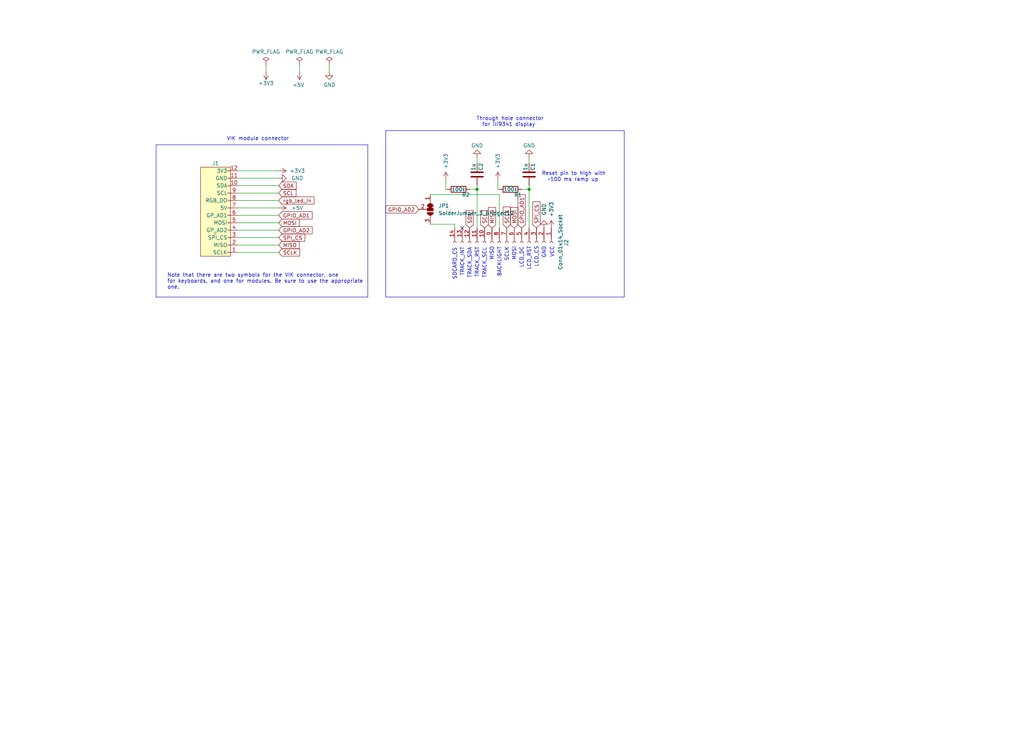
<source format=kicad_sch>
(kicad_sch (version 20230121) (generator eeschema)
  (paper "User" 350.012 250.012)
  (lib_symbols
    (symbol "Connector:Conn_01x14_Socket" (pin_names (offset 1.016) hide)
      (property "Reference" "J" (at 0 17.78 0))
      (property "Value" "Conn_01x14_Socket" (at 0 -20.32 0))
      (symbol "Conn_01x14_Socket_1_1"
        (arc (start 0 -17.272) (mid -0.5058 -17.78) (end 0 -18.288) (stroke (width 0.1524)))
        (arc (start 0 -14.732) (mid -0.5058 -15.24) (end 0 -15.748) (stroke (width 0.1524)))
        (arc (start 0 -12.192) (mid -0.5058 -12.7) (end 0 -13.208) (stroke (width 0.1524)))
        (arc (start 0 -9.652) (mid -0.5058 -10.16) (end 0 -10.668) (stroke (width 0.1524)))
        (arc (start 0 -7.112) (mid -0.5058 -7.62) (end 0 -8.128) (stroke (width 0.1524)))
        (arc (start 0 -4.572) (mid -0.5058 -5.08) (end 0 -5.588) (stroke (width 0.1524)))
        (arc (start 0 -2.032) (mid -0.5058 -2.54) (end 0 -3.048) (stroke (width 0.1524)))
        (polyline (pts (xy -1.27 -17.78) (xy -0.508 -17.78)) (stroke (width 0.1524)))
        (polyline (pts (xy -1.27 -15.24) (xy -0.508 -15.24)) (stroke (width 0.1524)))
        (polyline (pts (xy -1.27 -12.7) (xy -0.508 -12.7)) (stroke (width 0.1524)))
        (polyline (pts (xy -1.27 -10.16) (xy -0.508 -10.16)) (stroke (width 0.1524)))
        (polyline (pts (xy -1.27 -7.62) (xy -0.508 -7.62)) (stroke (width 0.1524)))
        (polyline (pts (xy -1.27 -5.08) (xy -0.508 -5.08)) (stroke (width 0.1524)))
        (polyline (pts (xy -1.27 -2.54) (xy -0.508 -2.54)) (stroke (width 0.1524)))
        (polyline (pts (xy -1.27 0) (xy -0.508 0)) (stroke (width 0.1524)))
        (polyline (pts (xy -1.27 2.54) (xy -0.508 2.54)) (stroke (width 0.1524)))
        (polyline (pts (xy -1.27 5.08) (xy -0.508 5.08)) (stroke (width 0.1524)))
        (polyline (pts (xy -1.27 7.62) (xy -0.508 7.62)) (stroke (width 0.1524)))
        (polyline (pts (xy -1.27 10.16) (xy -0.508 10.16)) (stroke (width 0.1524)))
        (polyline (pts (xy -1.27 12.7) (xy -0.508 12.7)) (stroke (width 0.1524)))
        (polyline (pts (xy -1.27 15.24) (xy -0.508 15.24)) (stroke (width 0.1524)))
        (arc (start 0 0.508) (mid -0.5058 0) (end 0 -0.508) (stroke (width 0.1524)))
        (arc (start 0 3.048) (mid -0.5058 2.54) (end 0 2.032) (stroke (width 0.1524)))
        (arc (start 0 5.588) (mid -0.5058 5.08) (end 0 4.572) (stroke (width 0.1524)))
        (arc (start 0 8.128) (mid -0.5058 7.62) (end 0 7.112) (stroke (width 0.1524)))
        (arc (start 0 10.668) (mid -0.5058 10.16) (end 0 9.652) (stroke (width 0.1524)))
        (arc (start 0 13.208) (mid -0.5058 12.7) (end 0 12.192) (stroke (width 0.1524)))
        (arc (start 0 15.748) (mid -0.5058 15.24) (end 0 14.732) (stroke (width 0.1524)))
        (pin passive line (at -5.08 15.24 0) (length 3.81) (name "Pin_1") (number "1"))
        (pin passive line (at -5.08 -7.62 0) (length 3.81) (name "Pin_10") (number "10"))
        (pin passive line (at -5.08 -10.16 0) (length 3.81) (name "Pin_11") (number "11"))
        (pin passive line (at -5.08 -12.7 0) (length 3.81) (name "Pin_12") (number "12"))
        (pin passive line (at -5.08 -15.24 0) (length 3.81) (name "Pin_13") (number "13"))
        (pin passive line (at -5.08 -17.78 0) (length 3.81) (name "Pin_14") (number "14"))
        (pin passive line (at -5.08 12.7 0) (length 3.81) (name "Pin_2") (number "2"))
        (pin passive line (at -5.08 10.16 0) (length 3.81) (name "Pin_3") (number "3"))
        (pin passive line (at -5.08 7.62 0) (length 3.81) (name "Pin_4") (number "4"))
        (pin passive line (at -5.08 5.08 0) (length 3.81) (name "Pin_5") (number "5"))
        (pin passive line (at -5.08 2.54 0) (length 3.81) (name "Pin_6") (number "6"))
        (pin passive line (at -5.08 0 0) (length 3.81) (name "Pin_7") (number "7"))
        (pin passive line (at -5.08 -2.54 0) (length 3.81) (name "Pin_8") (number "8"))
        (pin passive line (at -5.08 -5.08 0) (length 3.81) (name "Pin_9") (number "9"))
      )
    )
    (symbol "Device:C" (pin_numbers hide) (pin_names (offset 0.254))
      (property "Reference" "C" (at 0.635 2.54 0))
      (property "Value" "C" (at 0.635 -2.54 0))
      (symbol "C_0_1"
        (polyline (pts (xy -2.032 -0.762) (xy 2.032 -0.762)) (stroke (width 0.508)))
        (polyline (pts (xy -2.032 0.762) (xy 2.032 0.762)) (stroke (width 0.508)))
      )
      (symbol "C_1_1"
        (pin passive line (at 0 3.81 270) (length 2.794) (name "~") (number "1"))
        (pin passive line (at 0 -3.81 90) (length 2.794) (name "~") (number "2"))
      )
    )
    (symbol "Device:R" (pin_numbers hide) (pin_names (offset 0))
      (property "Reference" "R" (at 2.032 0 90))
      (property "Value" "R" (at 0 0 90))
      (symbol "R_0_1"
        (rectangle (start -1.016 -2.54) (end 1.016 2.54) (stroke (width 0.254)))
      )
      (symbol "R_1_1"
        (pin passive line (at 0 3.81 270) (length 1.27) (name "~") (number "1"))
        (pin passive line (at 0 -3.81 90) (length 1.27) (name "~") (number "2"))
      )
    )
    (symbol "Jumper:SolderJumper_3_Bridged12" (pin_names (offset 0) hide)
      (property "Reference" "JP" (at -2.54 -2.54 0))
      (property "Value" "SolderJumper_3_Bridged12" (at 0 2.794 0))
      (symbol "SolderJumper_3_Bridged12_0_1"
        (rectangle (start -1.016 0.508) (end -0.508 -0.508) (fill (type outline)))
        (arc (start -1.016 1.016) (mid -2.0276 0) (end -1.016 -1.016))
        (arc (start -1.016 1.016) (mid -2.0276 0) (end -1.016 -1.016) (fill (type outline)))
        (rectangle (start -0.508 1.016) (end 0.508 -1.016) (fill (type outline)))
        (polyline (pts (xy -2.54 0) (xy -2.032 0)))
        (polyline (pts (xy -1.016 1.016) (xy -1.016 -1.016)))
        (polyline (pts (xy 0 -1.27) (xy 0 -1.016)))
        (polyline (pts (xy 1.016 1.016) (xy 1.016 -1.016)))
        (polyline (pts (xy 2.54 0) (xy 2.032 0)))
        (arc (start 1.016 -1.016) (mid 2.0276 0) (end 1.016 1.016))
        (arc (start 1.016 -1.016) (mid 2.0276 0) (end 1.016 1.016) (fill (type outline)))
      )
      (symbol "SolderJumper_3_Bridged12_1_1"
        (pin passive line (at -5.08 0 0) (length 2.54) (name "A") (number "1"))
        (pin passive line (at 0 -3.81 90) (length 2.54) (name "C") (number "2"))
        (pin passive line (at 5.08 0 180) (length 2.54) (name "B") (number "3"))
      )
    )
    (symbol "power:+3V3" (power) (pin_names (offset 0))
      (property "Value" "+3V3" (at 0 3.556 0))
      (symbol "+3V3_0_1"
        (polyline (pts (xy -0.762 1.27) (xy 0 2.54)))
        (polyline (pts (xy 0 0) (xy 0 2.54)))
        (polyline (pts (xy 0 2.54) (xy 0.762 1.27)))
      )
      (symbol "+3V3_1_1"
        (pin power_in line (at 0 0 90) (length 0) hide (name "+3V3") (number "1"))
      )
    )
    (symbol "power:+5V" (power) (pin_names (offset 0))
      (property "Value" "+5V" (at 0 3.556 0))
      (symbol "+5V_0_1"
        (polyline (pts (xy -0.762 1.27) (xy 0 2.54)))
        (polyline (pts (xy 0 0) (xy 0 2.54)))
        (polyline (pts (xy 0 2.54) (xy 0.762 1.27)))
      )
      (symbol "+5V_1_1"
        (pin power_in line (at 0 0 90) (length 0) hide (name "+5V") (number "1"))
      )
    )
    (symbol "power:GND" (power) (pin_names (offset 0))
      (property "Value" "GND" (at 0 -3.81 0))
      (symbol "GND_0_1"
        (polyline (pts (xy 0 0) (xy 0 -1.27) (xy 1.27 -1.27) (xy 0 -2.54) (xy -1.27 -1.27) (xy 0 -1.27)))
      )
      (symbol "GND_1_1"
        (pin power_in line (at 0 0 270) (length 0) hide (name "GND") (number "1"))
      )
    )
    (symbol "power:PWR_FLAG" (power) (pin_numbers hide) (pin_names (offset 0) hide)
      (property "Value" "PWR_FLAG" (at 0 3.81 0))
      (symbol "PWR_FLAG_0_0"
        (pin power_out line (at 0 0 90) (length 0) (name "pwr") (number "1"))
      )
      (symbol "PWR_FLAG_0_1"
        (polyline (pts (xy 0 0) (xy 0 1.27) (xy -1.016 1.905) (xy 0 2.54) (xy 1.016 1.905) (xy 0 1.27)))
      )
    )
    (symbol "vik:vik-module-connector" (pin_names (offset 1))
      (property "Reference" "J" (at 0 15.875 0))
      (symbol "vik-module-connector_1_1"
        (rectangle (start -5.08 13.97) (end 5.08 -16.51) (fill (type background)))
        (rectangle (start -5.0546 -15.113) (end -4.191 -15.367) (stroke (width 0.1)))
        (rectangle (start -5.0546 -12.573) (end -4.191 -12.827) (stroke (width 0.1)))
        (rectangle (start -5.0546 -10.033) (end -4.191 -10.287) (stroke (width 0.1)))
        (rectangle (start -5.0546 -7.493) (end -4.191 -7.747) (stroke (width 0.1)))
        (rectangle (start -5.0546 -4.953) (end -4.191 -5.207) (stroke (width 0.1)))
        (rectangle (start -5.0546 -2.413) (end -4.191 -2.667) (stroke (width 0.1)))
        (rectangle (start -5.0546 0.127) (end -4.191 -0.127) (stroke (width 0.1)))
        (rectangle (start -5.0546 2.667) (end -4.191 2.413) (stroke (width 0.1)))
        (rectangle (start -5.0546 5.207) (end -4.191 4.953) (stroke (width 0.1)))
        (rectangle (start -5.0546 7.747) (end -4.191 7.493) (stroke (width 0.1)))
        (rectangle (start -5.0546 10.287) (end -4.191 10.033) (stroke (width 0.1)))
        (rectangle (start -5.0546 12.827) (end -4.191 12.573) (stroke (width 0.1)))
        (pin output line (at -7.62 12.7 0) (length 2.54) (name "SCLK") (number "1"))
        (pin bidirectional line (at -7.62 -10.16 0) (length 2.54) (name "SDA") (number "10"))
        (pin power_out line (at -7.62 -12.7 0) (length 2.54) (name "GND") (number "11"))
        (pin power_out line (at -7.62 -15.24 0) (length 2.54) (name "3V3") (number "12"))
        (pin tri_state line (at -7.62 10.16 0) (length 2.54) (name "MISO") (number "2"))
        (pin output line (at -7.62 7.62 0) (length 2.54) (name "SPI_CS") (number "3"))
        (pin bidirectional line (at -7.62 5.08 0) (length 2.54) (name "GP_AD2") (number "4"))
        (pin output line (at -7.62 2.54 0) (length 2.54) (name "MOSI") (number "5"))
        (pin bidirectional line (at -7.62 0 0) (length 2.54) (name "GP_AD1") (number "6"))
        (pin power_out line (at -7.62 -2.54 0) (length 2.54) (name "5V") (number "7"))
        (pin output line (at -7.62 -5.08 0) (length 2.54) (name "RGB_DO") (number "8"))
        (pin bidirectional line (at -7.62 -7.62 0) (length 2.54) (name "SCL") (number "9"))
      )
    )
  )
  (junction (at 180.848 64.77))
  (junction (at 163.068 64.77))
  (no_connect (at 157.988 77.978))
  (wire (pts (xy 170.688 66.548) (xy 170.688 77.978)))
  (wire (pts (xy 81.28 58.42) (xy 95.25 58.42)))
  (wire (pts (xy 81.28 66.04) (xy 95.25 66.04)))
  (wire (pts (xy 170.18 64.77) (xy 170.688 64.77)))
  (wire (pts (xy 147.066 66.548) (xy 170.688 66.548)))
  (wire (pts (xy 163.068 53.848) (xy 163.068 55.88)))
  (wire (pts (xy 81.28 76.2) (xy 95.25 76.2)))
  (wire (pts (xy 112.522 22.098) (xy 112.522 24.638)))
  (wire (pts (xy 163.068 64.77) (xy 163.068 77.978)))
  (wire (pts (xy 81.28 73.66) (xy 95.25 73.66)))
  (polyline (pts (xy 131.826 44.704) (xy 213.36 44.704)))
  (wire (pts (xy 180.848 64.77) (xy 180.848 77.978)))
  (polyline (pts (xy 131.826 44.704) (xy 131.826 101.6)))
  (wire (pts (xy 152.4 64.77) (xy 152.908 64.77)))
  (wire (pts (xy 81.28 81.28) (xy 95.25 81.28)))
  (wire (pts (xy 178.308 64.77) (xy 180.848 64.77)))
  (wire (pts (xy 81.28 83.82) (xy 95.25 83.82)))
  (wire (pts (xy 81.28 60.96) (xy 95.25 60.96)))
  (polyline (pts (xy 131.826 101.6) (xy 213.36 101.6)))
  (wire (pts (xy 160.528 64.77) (xy 163.068 64.77)))
  (wire (pts (xy 81.28 63.5) (xy 95.25 63.5)))
  (wire (pts (xy 102.362 22.098) (xy 102.362 24.638)))
  (polyline (pts (xy 125.73 49.53) (xy 125.73 101.6)))
  (polyline (pts (xy 125.73 101.6) (xy 53.34 101.6)))
  (polyline (pts (xy 53.34 49.53) (xy 53.34 101.6)))
  (wire (pts (xy 90.932 22.098) (xy 90.932 24.638)))
  (wire (pts (xy 81.28 86.36) (xy 95.25 86.36)))
  (polyline (pts (xy 53.34 49.53) (xy 125.73 49.53)))
  (wire (pts (xy 81.28 68.58) (xy 95.25 68.58)))
  (wire (pts (xy 155.448 76.708) (xy 155.448 77.978)))
  (wire (pts (xy 147.066 76.708) (xy 155.448 76.708)))
  (wire (pts (xy 81.28 71.12) (xy 95.25 71.12)))
  (wire (pts (xy 163.068 63.5) (xy 163.068 64.77)))
  (polyline (pts (xy 213.36 101.6) (xy 213.36 44.704)))
  (wire (pts (xy 152.4 61.468) (xy 152.4 64.77)))
  (wire (pts (xy 170.18 61.468) (xy 170.18 64.77)))
  (wire (pts (xy 180.848 53.848) (xy 180.848 55.88)))
  (wire (pts (xy 81.28 78.74) (xy 95.25 78.74)))
  (wire (pts (xy 180.848 63.5) (xy 180.848 64.77)))
  (text "LCD_DC" (at 179.07 91.694 90) (effects (font (size 1.27 1.27)) (justify left bottom)))
  (text "VCC" (at 189.484 88.138 90) (effects (font (size 1.27 1.27)) (justify left bottom)))
  (text "TRACK_INT" (at 158.75 94.488 90) (effects (font (size 1.27 1.27)) (justify left bottom)))
  (text "TRACK_SDA" (at 161.29 95.25 90) (effects (font (size 1.27 1.27)) (justify left bottom)))
  (text "LCD_CS" (at 184.15 91.44 90) (effects (font (size 1.27 1.27)) (justify left bottom)))
  (text "SCLK" (at 173.99 89.408 90) (effects (font (size 1.27 1.27)) (justify left bottom)))
  (text "Note that there are two symbols for the VIK connector, one\nfor keyboards, and one for modules. Be sure to use the appropriate\none." (at 57.15 99.06 0) (effects (font (size 1.27 1.27)) (justify left bottom)))
  (text "Through hole connector\n  for ili9341 display" (at 162.814 43.434 0) (effects (font (size 1.27 1.27)) (justify left bottom)))
  (text "MOSI" (at 176.53 89.154 90) (effects (font (size 1.27 1.27)) (justify left bottom)))
  (text "SDCARD_CS" (at 156.21 95.758 90) (effects (font (size 1.27 1.27)) (justify left bottom)))
  (text "BACKLIGHT" (at 171.45 94.742 90) (effects (font (size 1.27 1.27)) (justify left bottom)))
  (text "VIK module connector" (at 77.47 48.26 0) (effects (font (size 1.27 1.27)) (justify left bottom)))
  (text "Reset pin to high with\n  ~100 ms ramp up" (at 185.166 62.23 0) (effects (font (size 1.27 1.27)) (justify left bottom)))
  (text "LCD_RST" (at 181.61 92.456 90) (effects (font (size 1.27 1.27)) (justify left bottom)))
  (text "GND" (at 186.69 88.392 90) (effects (font (size 1.27 1.27)) (justify left bottom)))
  (text "TRACK_RST" (at 163.83 94.996 90) (effects (font (size 1.27 1.27)) (justify left bottom)))
  (text "MISO" (at 168.91 89.154 90) (effects (font (size 1.27 1.27)) (justify left bottom)))
  (text "TRACK_SCL" (at 166.37 95.25 90) (effects (font (size 1.27 1.27)) (justify left bottom)))
  (global_label "MISO" (shape input) (at 168.148 77.978 90) (property "Intersheetrefs" "${INTERSHEET_REFS}" (effects hide)))
  (global_label "GPIO_AD1" (shape input) (at 178.308 77.978 90) (property "Intersheetrefs" "${INTERSHEET_REFS}" (effects hide)))
  (global_label "MOSI" (shape input) (at 175.768 77.978 90) (property "Intersheetrefs" "${INTERSHEET_REFS}" (effects hide)))
  (global_label "SDA" (shape input) (at 160.528 77.978 90) (property "Intersheetrefs" "${INTERSHEET_REFS}" (effects hide)))
  (global_label "SPI_CS" (shape input) (at 95.25 81.28 0) (property "Intersheetrefs" "${INTERSHEET_REFS}" (effects hide)))
  (global_label "SPI_CS" (shape input) (at 183.388 77.978 90) (property "Intersheetrefs" "${INTERSHEET_REFS}" (effects hide)))
  (global_label "GPIO_AD2" (shape input) (at 95.25 78.74 0) (property "Intersheetrefs" "${INTERSHEET_REFS}" (effects hide)))
  (global_label "MOSI" (shape input) (at 95.25 76.2 0) (property "Intersheetrefs" "${INTERSHEET_REFS}" (effects hide)))
  (global_label "GPIO_AD2" (shape input) (at 143.256 71.628 180) (property "Intersheetrefs" "${INTERSHEET_REFS}" (effects hide)))
  (global_label "SCL" (shape input) (at 95.25 66.04 0) (property "Intersheetrefs" "${INTERSHEET_REFS}" (effects hide)))
  (global_label "GPIO_AD1" (shape input) (at 95.25 73.66 0) (property "Intersheetrefs" "${INTERSHEET_REFS}" (effects hide)))
  (global_label "MISO" (shape input) (at 95.25 83.82 0) (property "Intersheetrefs" "${INTERSHEET_REFS}" (effects hide)))
  (global_label "SCLK" (shape input) (at 173.228 77.978 90) (property "Intersheetrefs" "${INTERSHEET_REFS}" (effects hide)))
  (global_label "SCLK" (shape input) (at 95.25 86.36 0) (property "Intersheetrefs" "${INTERSHEET_REFS}" (effects hide)))
  (global_label "SCL" (shape input) (at 165.608 77.978 90) (property "Intersheetrefs" "${INTERSHEET_REFS}" (effects hide)))
  (global_label "rgb_led_in" (shape input) (at 95.25 68.58 0) (property "Intersheetrefs" "${INTERSHEET_REFS}" (effects hide)))
  (global_label "SDA" (shape input) (at 95.25 63.5 0) (property "Intersheetrefs" "${INTERSHEET_REFS}" (effects hide)))
  (symbol (lib_id "power:PWR_FLAG") (at 90.932 22.098 0) (unit 1)
    (property "Reference" "#FLG01" (effects hide))
    (property "Value" "PWR_FLAG" (at 90.932 17.7038 0))
  )
  (symbol (lib_id "power:PWR_FLAG") (at 102.362 22.098 0) (unit 1)
    (property "Reference" "#FLG02" (effects hide))
    (property "Value" "PWR_FLAG" (at 102.362 17.7038 0))
  )
  (symbol (lib_id "power:+5V") (at 102.362 24.638 180) (unit 1)
    (property "Reference" "#PWR02" (effects hide))
    (property "Value" "+5V" (at 101.981 29.0322 0))
  )
  (symbol (lib_id "power:GND") (at 112.522 24.638 0) (unit 1)
    (property "Reference" "#PWR03" (effects hide))
    (property "Value" "GND" (at 112.649 29.0322 0))
  )
  (symbol (lib_id "power:PWR_FLAG") (at 112.522 22.098 0) (unit 1)
    (property "Reference" "#FLG03" (effects hide))
    (property "Value" "PWR_FLAG" (at 112.522 17.7038 0))
  )
  (symbol (lib_id "power:GND") (at 95.25 60.96 90) (mirror x) (unit 1)
    (property "Reference" "#PWR0102" (effects hide))
    (property "Value" "GND" (at 101.6 60.96 90))
  )
  (symbol (lib_id "power:GND") (at 185.928 77.978 0) (mirror x) (unit 1)
    (property "Reference" "#PWR01" (effects hide))
    (property "Value" "GND" (at 185.928 71.628 90))
  )
  (symbol (lib_id "Connector:Conn_01x14_Socket") (at 173.228 83.058 270) (unit 1)
    (property "Reference" "J2" (at 193.548 83.058 0))
    (property "Value" "Conn_01x14_Socket" (at 191.516 82.804 0))
    (property "Footprint" "Connector_PinHeader_2.54mm:PinHeader_1x14_P2.54mm_Vertical" (effects hide))
  )
  (symbol (lib_id "Device:R") (at 156.718 64.77 270) (unit 1)
    (property "Reference" "R2" (at 159.258 66.675 90))
    (property "Value" "100k" (at 156.718 64.77 90))
    (property "Footprint" "Resistor_SMD:R_1206_3216Metric_Pad1.30x1.75mm_HandSolder" (effects hide))
    (property "LCSC" "C17900" (effects hide))
  )
  (symbol (lib_id "Device:C") (at 180.848 59.69 0) (mirror y) (unit 1)
    (property "Reference" "C1" (at 182.118 58.42 90) (effects (justify left)))
    (property "Value" "1u" (at 179.578 58.42 90) (effects (justify left)))
    (property "Footprint" "Capacitor_SMD:C_0402_1005Metric" (effects hide))
    (property "LCSC" "C52923" (effects hide))
    (property "MPN " "CL05A105KA5NQNC" (effects hide))
    (property "Manufacturer" "Samsung Electro-Mechanics" (effects hide))
    (property "JLC Basic" "Y" (effects hide))
    (property "Substitute" "Y" (effects hide))
  )
  (symbol (lib_id "power:+3V3") (at 152.4 61.468 0) (unit 1)
    (property "Reference" "#PWR08" (effects hide))
    (property "Value" "+3V3" (at 152.4 55.118 90))
  )
  (symbol (lib_id "power:+3V3") (at 95.25 58.42 270) (unit 1)
    (property "Reference" "#PWR0101" (effects hide))
    (property "Value" "+3V3" (at 101.6 58.42 90))
  )
  (symbol (lib_id "power:+5V") (at 95.25 71.12 270) (unit 1)
    (property "Reference" "#PWR0104" (effects hide))
    (property "Value" "+5V" (at 101.6 71.12 90))
  )
  (symbol (lib_id "power:+3V3") (at 188.468 77.978 0) (unit 1)
    (property "Reference" "#PWR04" (effects hide))
    (property "Value" "+3V3" (at 188.468 71.628 90))
  )
  (symbol (lib_id "Device:R") (at 174.498 64.77 270) (unit 1)
    (property "Reference" "R1" (at 177.038 66.675 90))
    (property "Value" "100k" (at 174.498 64.77 90))
    (property "Footprint" "Resistor_SMD:R_1206_3216Metric_Pad1.30x1.75mm_HandSolder" (effects hide))
    (property "LCSC" "C17900" (effects hide))
  )
  (symbol (lib_id "Jumper:SolderJumper_3_Bridged12") (at 147.066 71.628 270) (unit 1)
    (property "Reference" "JP1" (at 149.86 70.358 90) (effects (justify left)))
    (property "Value" "SolderJumper_3_Bridged12" (at 149.86 72.898 90) (effects (justify left)))
    (property "Footprint" "Jumper:SolderJumper-3_P1.3mm_Bridged12_RoundedPad1.0x1.5mm_NumberLabels" (effects hide))
  )
  (symbol (lib_id "Device:C") (at 163.068 59.69 0) (mirror y) (unit 1)
    (property "Reference" "C2" (at 164.338 58.42 90) (effects (justify left)))
    (property "Value" "1u" (at 161.798 58.42 90) (effects (justify left)))
    (property "Footprint" "Capacitor_SMD:C_0402_1005Metric" (effects hide))
    (property "LCSC" "C52923" (effects hide))
    (property "MPN " "CL05A105KA5NQNC" (effects hide))
    (property "Manufacturer" "Samsung Electro-Mechanics" (effects hide))
    (property "JLC Basic" "Y" (effects hide))
    (property "Substitute" "Y" (effects hide))
  )
  (symbol (lib_id "power:GND") (at 180.848 53.848 0) (mirror x) (unit 1)
    (property "Reference" "#PWR05" (effects hide))
    (property "Value" "GND" (at 180.848 49.784 0))
  )
  (symbol (lib_id "power:+3V3") (at 170.18 61.468 0) (unit 1)
    (property "Reference" "#PWR06" (effects hide))
    (property "Value" "+3V3" (at 170.18 55.118 90))
  )
  (symbol (lib_id "power:+3V3") (at 90.932 24.638 180) (unit 1)
    (property "Reference" "#PWR0112" (effects hide))
    (property "Value" "+3V3" (at 90.932 28.448 0))
  )
  (symbol (lib_id "vik:vik-module-connector") (at 73.66 73.66 180) (unit 1)
    (property "Reference" "J1" (at 73.66 55.88 0))
    (property "Value" "~" (at 73.66 80.01 0))
    (property "Footprint" "vik:vik-module-connector-horizontal" (effects hide))
    (property "LCSC" "C479750" (effects hide))
  )
  (symbol (lib_id "power:GND") (at 163.068 53.848 0) (mirror x) (unit 1)
    (property "Reference" "#PWR07" (effects hide))
    (property "Value" "GND" (at 163.068 49.784 0))
  )
)
</source>
